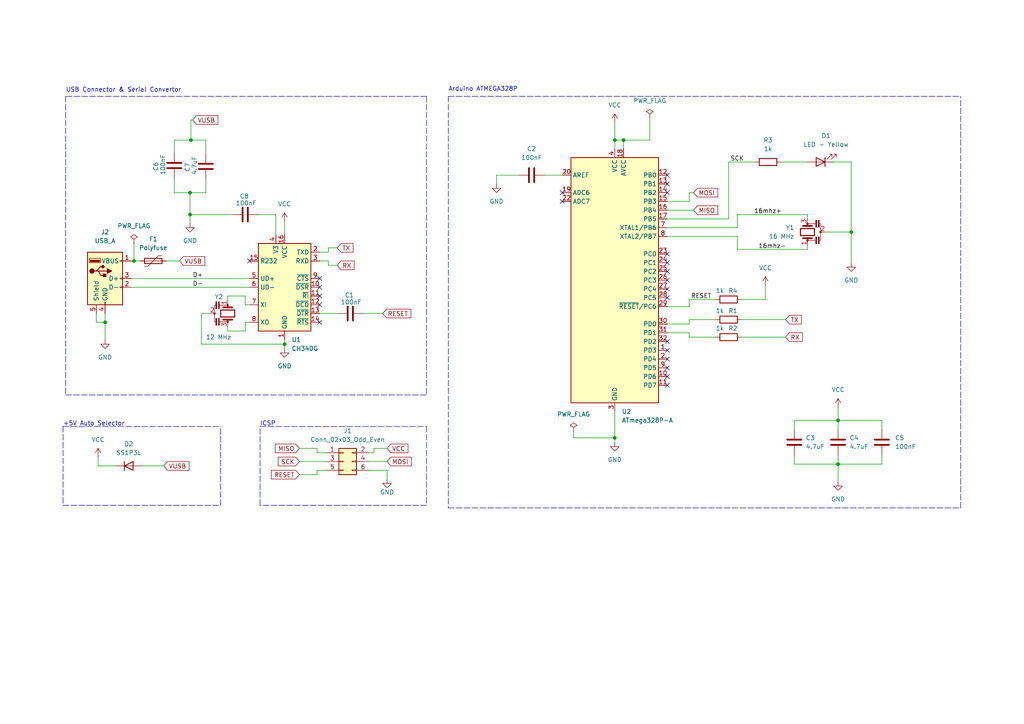
<source format=kicad_sch>
(kicad_sch (version 20211123) (generator eeschema)
  (paper "A4")
  (title_block (title "USB DUCO Miner") (date "2022-01-06") (rev "1") (company "iNimbleSloth.com"))
  (lib_symbols
    (symbol "Connector:USB_A" (pin_names (offset 1.016))
      (property "Reference" "J" (at -5.08 11.43 0))
      (property "Value" "USB_A" (at -5.08 8.89 0))
      (symbol "USB_A_0_1"
        (rectangle (start -5.08 -7.62) (end 5.08 7.62) (stroke (width 0.254)) (fill (type background)))
        (circle (center -3.81 2.159) (radius 0.635) (stroke (width 0.254)) (fill (type outline)))
        (rectangle (start -1.524 4.826) (end -4.318 5.334) (fill (type outline)))
        (rectangle (start -1.27 4.572) (end -4.572 5.842))
        (circle (center -0.635 3.429) (radius 0.381) (stroke (width 0.254)) (fill (type outline)))
        (rectangle (start -0.127 -7.62) (end 0.127 -6.858))
        (polyline (pts (xy -3.175 2.159) (xy -2.54 2.159) (xy -1.27 3.429) (xy -0.635 3.429)) (stroke (width 0.254)))
        (polyline (pts (xy -2.54 2.159) (xy -1.905 2.159) (xy -1.27 0.889) (xy 0 0.889)) (stroke (width 0.254)))
        (polyline (pts (xy 0.635 2.794) (xy 0.635 1.524) (xy 1.905 2.159) (xy 0.635 2.794)) (stroke (width 0.254)) (fill (type outline)))
        (rectangle (start 0.254 1.27) (end -0.508 0.508) (stroke (width 0.254)) (fill (type outline)))
        (rectangle (start 5.08 -2.667) (end 4.318 -2.413))
        (rectangle (start 5.08 -0.127) (end 4.318 0.127))
        (rectangle (start 5.08 4.953) (end 4.318 5.207))
      )
      (symbol "USB_A_1_1"
        (polyline (pts (xy -1.905 2.159) (xy 0.635 2.159)) (stroke (width 0.254)))
        (pin power_in line (at 7.62 5.08 180) (length 2.54) (name "VBUS") (number "1"))
        (pin bidirectional line (at 7.62 -2.54 180) (length 2.54) (name "D-") (number "2"))
        (pin bidirectional line (at 7.62 0 180) (length 2.54) (name "D+") (number "3"))
        (pin power_in line (at 0 -10.16 90) (length 2.54) (name "GND") (number "4"))
        (pin passive line (at -2.54 -10.16 90) (length 2.54) (name "Shield") (number "5"))
      )
    )
    (symbol "Connector_Generic:Conn_02x03_Odd_Even" (pin_names (offset 1.016) hide)
      (property "Reference" "J" (at 1.27 5.08 0))
      (property "Value" "Conn_02x03_Odd_Even" (at 1.27 -5.08 0))
      (symbol "Conn_02x03_Odd_Even_1_1"
        (rectangle (start -1.27 -2.413) (end 0 -2.667) (stroke (width 0.1524)))
        (rectangle (start -1.27 0.127) (end 0 -0.127) (stroke (width 0.1524)))
        (rectangle (start -1.27 2.667) (end 0 2.413) (stroke (width 0.1524)))
        (rectangle (start -1.27 3.81) (end 3.81 -3.81) (stroke (width 0.254)) (fill (type background)))
        (rectangle (start 3.81 -2.413) (end 2.54 -2.667) (stroke (width 0.1524)))
        (rectangle (start 3.81 0.127) (end 2.54 -0.127) (stroke (width 0.1524)))
        (rectangle (start 3.81 2.667) (end 2.54 2.413) (stroke (width 0.1524)))
        (pin passive line (at -5.08 2.54 0) (length 3.81) (name "Pin_1") (number "1"))
        (pin passive line (at 7.62 2.54 180) (length 3.81) (name "Pin_2") (number "2"))
        (pin passive line (at -5.08 0 0) (length 3.81) (name "Pin_3") (number "3"))
        (pin passive line (at 7.62 0 180) (length 3.81) (name "Pin_4") (number "4"))
        (pin passive line (at -5.08 -2.54 0) (length 3.81) (name "Pin_5") (number "5"))
        (pin passive line (at 7.62 -2.54 180) (length 3.81) (name "Pin_6") (number "6"))
      )
    )
    (symbol "Device:C" (pin_numbers hide) (pin_names (offset 0.254))
      (property "Reference" "C" (at 0.635 2.54 0))
      (property "Value" "C" (at 0.635 -2.54 0))
      (symbol "C_0_1"
        (polyline (pts (xy -2.032 -0.762) (xy 2.032 -0.762)) (stroke (width 0.508)))
        (polyline (pts (xy -2.032 0.762) (xy 2.032 0.762)) (stroke (width 0.508)))
      )
      (symbol "C_1_1"
        (pin passive line (at 0 3.81 270) (length 2.794) (name "~") (number "1"))
        (pin passive line (at 0 -3.81 90) (length 2.794) (name "~") (number "2"))
      )
    )
    (symbol "Device:D" (pin_numbers hide) (pin_names (offset 1.016) hide)
      (property "Reference" "D" (at 0 2.54 0))
      (property "Value" "D" (at 0 -2.54 0))
      (symbol "D_0_1"
        (polyline (pts (xy -1.27 1.27) (xy -1.27 -1.27)) (stroke (width 0.254)))
        (polyline (pts (xy 1.27 0) (xy -1.27 0)))
        (polyline (pts (xy 1.27 1.27) (xy 1.27 -1.27) (xy -1.27 0) (xy 1.27 1.27)) (stroke (width 0.254)))
      )
      (symbol "D_1_1"
        (pin passive line (at -3.81 0 0) (length 2.54) (name "K") (number "1"))
        (pin passive line (at 3.81 0 180) (length 2.54) (name "A") (number "2"))
      )
    )
    (symbol "Device:LED" (pin_numbers hide) (pin_names (offset 1.016) hide)
      (property "Reference" "D" (at 0 2.54 0))
      (property "Value" "LED" (at 0 -2.54 0))
      (symbol "LED_0_1"
        (polyline (pts (xy -1.27 -1.27) (xy -1.27 1.27)) (stroke (width 0.254)))
        (polyline (pts (xy -1.27 0) (xy 1.27 0)))
        (polyline (pts (xy 1.27 -1.27) (xy 1.27 1.27) (xy -1.27 0) (xy 1.27 -1.27)) (stroke (width 0.254)))
        (polyline (pts (xy -3.048 -0.762) (xy -4.572 -2.286) (xy -3.81 -2.286) (xy -4.572 -2.286) (xy -4.572 -1.524)))
        (polyline (pts (xy -1.778 -0.762) (xy -3.302 -2.286) (xy -2.54 -2.286) (xy -3.302 -2.286) (xy -3.302 -1.524)))
      )
      (symbol "LED_1_1"
        (pin passive line (at -3.81 0 0) (length 2.54) (name "K") (number "1"))
        (pin passive line (at 3.81 0 180) (length 2.54) (name "A") (number "2"))
      )
    )
    (symbol "Device:Polyfuse" (pin_numbers hide) (pin_names (offset 0))
      (property "Reference" "F" (at -2.54 0 90))
      (property "Value" "Polyfuse" (at 2.54 0 90))
      (symbol "Polyfuse_0_1"
        (rectangle (start -0.762 2.54) (end 0.762 -2.54) (stroke (width 0.254)))
        (polyline (pts (xy 0 2.54) (xy 0 -2.54)))
        (polyline (pts (xy -1.524 2.54) (xy -1.524 1.524) (xy 1.524 -1.524) (xy 1.524 -2.54)))
      )
      (symbol "Polyfuse_1_1"
        (pin passive line (at 0 3.81 270) (length 1.27) (name "~") (number "1"))
        (pin passive line (at 0 -3.81 90) (length 1.27) (name "~") (number "2"))
      )
    )
    (symbol "Device:R" (pin_numbers hide) (pin_names (offset 0))
      (property "Reference" "R" (at 2.032 0 90))
      (property "Value" "R" (at 0 0 90))
      (symbol "R_0_1"
        (rectangle (start -1.016 -2.54) (end 1.016 2.54) (stroke (width 0.254)))
      )
      (symbol "R_1_1"
        (pin passive line (at 0 3.81 270) (length 1.27) (name "~") (number "1"))
        (pin passive line (at 0 -3.81 90) (length 1.27) (name "~") (number "2"))
      )
    )
    (symbol "Device:Resonator" (pin_names (offset 1.016) hide)
      (property "Reference" "Y" (at 0 5.715 0))
      (property "Value" "Resonator" (at 0 3.81 0))
      (symbol "Resonator_0_1"
        (rectangle (start -3.429 -3.175) (end -1.397 -3.429) (fill (type outline)))
        (rectangle (start -3.429 -2.413) (end -1.397 -2.667) (fill (type outline)))
        (circle (center -2.413 0) (radius 0.254) (fill (type outline)))
        (rectangle (start -1.016 2.032) (end 1.016 -2.032) (stroke (width 0.3048)))
        (circle (center 0 -3.81) (radius 0.254) (fill (type outline)))
        (polyline (pts (xy -2.413 -2.413) (xy -2.413 0)))
        (polyline (pts (xy -1.905 0) (xy -3.175 0)))
        (polyline (pts (xy -1.778 -1.27) (xy -1.778 1.27)) (stroke (width 0.508)))
        (polyline (pts (xy 1.778 -1.27) (xy 1.778 1.27)) (stroke (width 0.508)))
        (polyline (pts (xy 1.905 0) (xy 2.54 0)))
        (polyline (pts (xy 2.413 0) (xy 2.413 -2.54)))
        (polyline (pts (xy 2.413 -3.302) (xy 2.413 -3.81) (xy -2.413 -3.81) (xy -2.413 -3.302)))
        (rectangle (start 1.397 -3.175) (end 3.429 -3.429) (fill (type outline)))
        (rectangle (start 1.397 -2.413) (end 3.429 -2.667) (fill (type outline)))
        (circle (center 2.413 0) (radius 0.254) (fill (type outline)))
      )
      (symbol "Resonator_1_1"
        (pin passive line (at -3.81 0 0) (length 1.27) (name "1") (number "1"))
        (pin passive line (at 0 -5.08 90) (length 1.27) (name "2") (number "2"))
        (pin passive line (at 3.81 0 180) (length 1.27) (name "3") (number "3"))
      )
    )
    (symbol "Interface_USB:CH340G"
      (property "Reference" "U" (at -5.08 13.97 0))
      (property "Value" "CH340G" (at 1.27 13.97 0))
      (symbol "CH340G_0_1"
        (rectangle (start -7.62 12.7) (end 7.62 -12.7) (stroke (width 0.254)) (fill (type background)))
      )
      (symbol "CH340G_1_1"
        (pin power_in line (at 0 -15.24 90) (length 2.54) (name "GND") (number "1"))
        (pin input line (at 10.16 0 180) (length 2.54) (name "~{DSR}") (number "10"))
        (pin input line (at 10.16 -2.54 180) (length 2.54) (name "~{RI}") (number "11"))
        (pin input line (at 10.16 -5.08 180) (length 2.54) (name "~{DCD}") (number "12"))
        (pin output line (at 10.16 -7.62 180) (length 2.54) (name "~{DTR}") (number "13"))
        (pin output line (at 10.16 -10.16 180) (length 2.54) (name "~{RTS}") (number "14"))
        (pin input line (at -10.16 7.62 0) (length 2.54) (name "R232") (number "15"))
        (pin power_in line (at 0 15.24 270) (length 2.54) (name "VCC") (number "16"))
        (pin output line (at 10.16 10.16 180) (length 2.54) (name "TXD") (number "2"))
        (pin input line (at 10.16 7.62 180) (length 2.54) (name "RXD") (number "3"))
        (pin passive line (at -2.54 15.24 270) (length 2.54) (name "V3") (number "4"))
        (pin bidirectional line (at -10.16 2.54 0) (length 2.54) (name "UD+") (number "5"))
        (pin bidirectional line (at -10.16 0 0) (length 2.54) (name "UD-") (number "6"))
        (pin input line (at -10.16 -5.08 0) (length 2.54) (name "XI") (number "7"))
        (pin output line (at -10.16 -10.16 0) (length 2.54) (name "XO") (number "8"))
        (pin input line (at 10.16 2.54 180) (length 2.54) (name "~{CTS}") (number "9"))
      )
    )
    (symbol "MCU_Microchip_ATmega:ATmega328P-A"
      (property "Reference" "U" (at -12.7 36.83 0))
      (property "Value" "ATmega328P-A" (at 2.54 -36.83 0))
      (symbol "ATmega328P-A_0_1"
        (rectangle (start -12.7 -35.56) (end 12.7 35.56) (stroke (width 0.254)) (fill (type background)))
      )
      (symbol "ATmega328P-A_1_1"
        (pin bidirectional line (at 15.24 -20.32 180) (length 2.54) (name "PD3") (number "1"))
        (pin bidirectional line (at 15.24 -27.94 180) (length 2.54) (name "PD6") (number "10"))
        (pin bidirectional line (at 15.24 -30.48 180) (length 2.54) (name "PD7") (number "11"))
        (pin bidirectional line (at 15.24 30.48 180) (length 2.54) (name "PB0") (number "12"))
        (pin bidirectional line (at 15.24 27.94 180) (length 2.54) (name "PB1") (number "13"))
        (pin bidirectional line (at 15.24 25.4 180) (length 2.54) (name "PB2") (number "14"))
        (pin bidirectional line (at 15.24 22.86 180) (length 2.54) (name "PB3") (number "15"))
        (pin bidirectional line (at 15.24 20.32 180) (length 2.54) (name "PB4") (number "16"))
        (pin bidirectional line (at 15.24 17.78 180) (length 2.54) (name "PB5") (number "17"))
        (pin power_in line (at 2.54 38.1 270) (length 2.54) (name "AVCC") (number "18"))
        (pin input line (at -15.24 25.4 0) (length 2.54) (name "ADC6") (number "19"))
        (pin bidirectional line (at 15.24 -22.86 180) (length 2.54) (name "PD4") (number "2"))
        (pin passive line (at -15.24 30.48 0) (length 2.54) (name "AREF") (number "20"))
        (pin passive line (at 0 -38.1 90) (length 2.54) hide (name "GND") (number "21"))
        (pin input line (at -15.24 22.86 0) (length 2.54) (name "ADC7") (number "22"))
        (pin bidirectional line (at 15.24 7.62 180) (length 2.54) (name "PC0") (number "23"))
        (pin bidirectional line (at 15.24 5.08 180) (length 2.54) (name "PC1") (number "24"))
        (pin bidirectional line (at 15.24 2.54 180) (length 2.54) (name "PC2") (number "25"))
        (pin bidirectional line (at 15.24 0 180) (length 2.54) (name "PC3") (number "26"))
        (pin bidirectional line (at 15.24 -2.54 180) (length 2.54) (name "PC4") (number "27"))
        (pin bidirectional line (at 15.24 -5.08 180) (length 2.54) (name "PC5") (number "28"))
        (pin bidirectional line (at 15.24 -7.62 180) (length 2.54) (name "~{RESET}/PC6") (number "29"))
        (pin power_in line (at 0 -38.1 90) (length 2.54) (name "GND") (number "3"))
        (pin bidirectional line (at 15.24 -12.7 180) (length 2.54) (name "PD0") (number "30"))
        (pin bidirectional line (at 15.24 -15.24 180) (length 2.54) (name "PD1") (number "31"))
        (pin bidirectional line (at 15.24 -17.78 180) (length 2.54) (name "PD2") (number "32"))
        (pin power_in line (at 0 38.1 270) (length 2.54) (name "VCC") (number "4"))
        (pin passive line (at 0 -38.1 90) (length 2.54) hide (name "GND") (number "5"))
        (pin passive line (at 0 38.1 270) (length 2.54) hide (name "VCC") (number "6"))
        (pin bidirectional line (at 15.24 15.24 180) (length 2.54) (name "XTAL1/PB6") (number "7"))
        (pin bidirectional line (at 15.24 12.7 180) (length 2.54) (name "XTAL2/PB7") (number "8"))
        (pin bidirectional line (at 15.24 -25.4 180) (length 2.54) (name "PD5") (number "9"))
      )
    )
    (symbol "power:GND" (power) (pin_names (offset 0))
      (property "Value" "GND" (at 0 -3.81 0))
      (symbol "GND_0_1"
        (polyline (pts (xy 0 0) (xy 0 -1.27) (xy 1.27 -1.27) (xy 0 -2.54) (xy -1.27 -1.27) (xy 0 -1.27)))
      )
      (symbol "GND_1_1"
        (pin power_in line (at 0 0 270) (length 0) hide (name "GND") (number "1"))
      )
    )
    (symbol "power:PWR_FLAG" (power) (pin_numbers hide) (pin_names (offset 0) hide)
      (property "Value" "PWR_FLAG" (at 0 3.81 0))
      (symbol "PWR_FLAG_0_0"
        (pin power_out line (at 0 0 90) (length 0) (name "pwr") (number "1"))
      )
      (symbol "PWR_FLAG_0_1"
        (polyline (pts (xy 0 0) (xy 0 1.27) (xy -1.016 1.905) (xy 0 2.54) (xy 1.016 1.905) (xy 0 1.27)))
      )
    )
    (symbol "power:VCC" (power) (pin_names (offset 0))
      (property "Value" "VCC" (at 0 3.81 0))
      (symbol "VCC_0_1"
        (polyline (pts (xy -0.762 1.27) (xy 0 2.54)))
        (polyline (pts (xy 0 0) (xy 0 2.54)))
        (polyline (pts (xy 0 2.54) (xy 0.762 1.27)))
      )
      (symbol "VCC_1_1"
        (pin power_in line (at 0 0 90) (length 0) hide (name "VCC") (number "1"))
      )
    )
  )
  (junction (at 243.078 134.62))
  (junction (at 38.862 75.692))
  (junction (at 30.48 93.472))
  (junction (at 178.308 40.64))
  (junction (at 55.118 62.23))
  (junction (at 82.55 99.822))
  (junction (at 55.372 40.64))
  (junction (at 180.848 40.64))
  (junction (at 55.118 55.88))
  (junction (at 246.888 67.31))
  (junction (at 178.308 127))
  (junction (at 243.078 121.92))
  (no_connect (at 72.39 75.692))
  (no_connect (at 92.71 80.772))
  (no_connect (at 92.71 83.312))
  (no_connect (at 92.71 88.392))
  (no_connect (at 92.71 85.852))
  (no_connect (at 92.71 93.472))
  (no_connect (at 193.548 99.06))
  (no_connect (at 193.548 101.6))
  (no_connect (at 193.548 104.14))
  (no_connect (at 193.548 106.68))
  (no_connect (at 193.548 109.22))
  (no_connect (at 193.548 111.76))
  (no_connect (at 193.548 50.8))
  (no_connect (at 193.548 53.34))
  (no_connect (at 193.548 78.74))
  (no_connect (at 193.548 81.28))
  (no_connect (at 193.548 83.82))
  (no_connect (at 193.548 86.36))
  (no_connect (at 163.068 55.88))
  (no_connect (at 193.548 55.88))
  (no_connect (at 193.548 73.66))
  (no_connect (at 193.548 76.2))
  (no_connect (at 163.068 58.42))
  (wire (pts (xy 82.55 98.552) (xy 82.55 99.822)))
  (wire (pts (xy 82.55 64.262) (xy 82.55 68.072)))
  (wire (pts (xy 215.138 92.71) (xy 227.838 92.71)))
  (wire (pts (xy 255.778 134.62) (xy 255.778 132.08)))
  (wire (pts (xy 144.018 50.8) (xy 150.368 50.8)))
  (wire (pts (xy 95.25 71.882) (xy 95.25 73.152)))
  (wire (pts (xy 234.188 63.5) (xy 234.188 62.23)))
  (wire (pts (xy 95.25 75.692) (xy 95.25 76.962)))
  (wire (pts (xy 55.118 62.23) (xy 67.31 62.23)))
  (wire (pts (xy 107.188 136.398) (xy 112.268 136.398)))
  (wire (pts (xy 166.37 127) (xy 178.308 127)))
  (wire (pts (xy 95.25 76.962) (xy 97.79 76.962)))
  (wire (pts (xy 92.71 90.932) (xy 97.79 90.932)))
  (polyline (pts (xy 64.008 146.558) (xy 64.008 123.698)))
  (wire (pts (xy 243.078 132.08) (xy 243.078 134.62)))
  (wire (pts (xy 246.888 67.31) (xy 246.888 76.2)))
  (wire (pts (xy 38.1 83.312) (xy 72.39 83.312)))
  (wire (pts (xy 180.848 40.64) (xy 188.468 40.64)))
  (wire (pts (xy 178.308 127) (xy 178.308 128.27)))
  (wire (pts (xy 178.308 119.38) (xy 178.308 127)))
  (wire (pts (xy 230.378 132.08) (xy 230.378 134.62)))
  (polyline (pts (xy 75.438 123.698) (xy 123.698 123.698)))
  (wire (pts (xy 38.1 80.772) (xy 72.39 80.772)))
  (wire (pts (xy 66.04 85.852) (xy 66.04 87.122)))
  (wire (pts (xy 86.868 130.048) (xy 91.948 130.048)))
  (wire (pts (xy 91.948 136.398) (xy 94.488 136.398)))
  (wire (pts (xy 80.01 62.23) (xy 80.01 68.072)))
  (wire (pts (xy 199.898 55.88) (xy 199.898 58.42)))
  (wire (pts (xy 199.898 92.71) (xy 207.518 92.71)))
  (wire (pts (xy 59.69 40.64) (xy 59.69 44.45)))
  (polyline (pts (xy 19.05 27.94) (xy 19.05 114.554)))
  (wire (pts (xy 230.378 124.46) (xy 230.378 121.92)))
  (wire (pts (xy 246.888 46.99) (xy 241.808 46.99)))
  (wire (pts (xy 144.018 53.34) (xy 144.018 50.8)))
  (wire (pts (xy 55.372 40.64) (xy 59.69 40.64)))
  (polyline (pts (xy 18.288 146.558) (xy 64.008 146.558)))
  (wire (pts (xy 108.458 130.048) (xy 112.268 130.048)))
  (wire (pts (xy 193.548 60.96) (xy 201.168 60.96)))
  (wire (pts (xy 27.94 90.932) (xy 27.94 93.472)))
  (wire (pts (xy 239.268 67.31) (xy 246.888 67.31)))
  (wire (pts (xy 213.868 72.39) (xy 213.868 68.58)))
  (wire (pts (xy 255.778 121.92) (xy 255.778 124.46)))
  (wire (pts (xy 107.188 131.318) (xy 108.458 131.318)))
  (polyline (pts (xy 123.698 146.558) (xy 75.438 146.558)))
  (wire (pts (xy 199.898 86.868) (xy 207.518 86.868)))
  (wire (pts (xy 82.55 99.822) (xy 82.55 101.092)))
  (wire (pts (xy 91.948 137.668) (xy 91.948 136.398)))
  (wire (pts (xy 157.988 50.8) (xy 163.068 50.8)))
  (wire (pts (xy 86.868 137.668) (xy 91.948 137.668)))
  (wire (pts (xy 91.948 131.318) (xy 94.488 131.318)))
  (wire (pts (xy 55.118 55.88) (xy 59.69 55.88)))
  (wire (pts (xy 71.12 85.852) (xy 66.04 85.852)))
  (wire (pts (xy 166.37 125.222) (xy 166.37 127)))
  (wire (pts (xy 95.25 73.152) (xy 92.71 73.152)))
  (wire (pts (xy 199.898 88.9) (xy 199.898 86.868)))
  (wire (pts (xy 28.448 132.588) (xy 28.448 135.128)))
  (wire (pts (xy 27.94 93.472) (xy 30.48 93.472)))
  (wire (pts (xy 58.42 99.822) (xy 82.55 99.822)))
  (wire (pts (xy 243.078 134.62) (xy 243.078 139.7)))
  (wire (pts (xy 193.548 93.98) (xy 199.898 93.98)))
  (polyline (pts (xy 123.698 123.698) (xy 123.698 146.558)))
  (wire (pts (xy 193.548 66.04) (xy 213.868 66.04)))
  (wire (pts (xy 230.378 134.62) (xy 243.078 134.62)))
  (polyline (pts (xy 19.05 114.554) (xy 123.698 114.554)))
  (wire (pts (xy 243.078 118.11) (xy 243.078 121.92)))
  (wire (pts (xy 215.138 97.79) (xy 227.838 97.79)))
  (wire (pts (xy 211.328 46.99) (xy 218.948 46.99)))
  (wire (pts (xy 28.448 135.128) (xy 33.528 135.128)))
  (wire (pts (xy 50.546 40.64) (xy 50.546 44.196)))
  (wire (pts (xy 91.948 130.048) (xy 91.948 131.318)))
  (wire (pts (xy 108.458 131.318) (xy 108.458 130.048)))
  (wire (pts (xy 38.862 70.612) (xy 38.862 75.692)))
  (wire (pts (xy 97.79 71.882) (xy 95.25 71.882)))
  (wire (pts (xy 230.378 121.92) (xy 243.078 121.92)))
  (wire (pts (xy 50.546 40.64) (xy 55.372 40.64)))
  (polyline (pts (xy 18.288 123.698) (xy 64.008 123.698)))
  (wire (pts (xy 193.548 96.52) (xy 199.898 96.52)))
  (wire (pts (xy 178.308 40.64) (xy 180.848 40.64)))
  (wire (pts (xy 71.12 93.472) (xy 72.39 93.472)))
  (wire (pts (xy 72.39 88.392) (xy 71.12 88.392)))
  (wire (pts (xy 50.546 55.88) (xy 55.118 55.88)))
  (polyline (pts (xy 130.048 27.94) (xy 130.048 147.32)))
  (polyline (pts (xy 278.638 147.32) (xy 278.638 27.94)))
  (wire (pts (xy 112.268 138.938) (xy 112.268 136.398)))
  (wire (pts (xy 193.548 63.5) (xy 211.328 63.5)))
  (wire (pts (xy 199.898 93.98) (xy 199.898 92.71)))
  (wire (pts (xy 180.848 43.18) (xy 180.848 40.64)))
  (wire (pts (xy 243.078 134.62) (xy 255.778 134.62)))
  (wire (pts (xy 74.93 62.23) (xy 80.01 62.23)))
  (wire (pts (xy 215.138 86.868) (xy 221.996 86.868)))
  (wire (pts (xy 55.118 62.23) (xy 55.118 64.77)))
  (wire (pts (xy 199.898 55.88) (xy 201.168 55.88)))
  (wire (pts (xy 213.868 66.04) (xy 213.868 62.23)))
  (polyline (pts (xy 75.438 146.558) (xy 75.438 123.698)))
  (wire (pts (xy 55.118 55.88) (xy 55.118 62.23)))
  (wire (pts (xy 30.48 93.472) (xy 30.48 98.552)))
  (wire (pts (xy 188.468 34.29) (xy 188.468 40.64)))
  (wire (pts (xy 58.42 90.932) (xy 58.42 99.822)))
  (wire (pts (xy 66.04 94.742) (xy 66.04 96.012)))
  (wire (pts (xy 213.868 62.23) (xy 234.188 62.23)))
  (wire (pts (xy 243.078 121.92) (xy 255.778 121.92)))
  (wire (pts (xy 66.04 96.012) (xy 71.12 96.012)))
  (wire (pts (xy 178.308 35.56) (xy 178.308 40.64)))
  (wire (pts (xy 50.546 51.816) (xy 50.546 55.88)))
  (wire (pts (xy 193.548 58.42) (xy 199.898 58.42)))
  (polyline (pts (xy 130.048 147.32) (xy 278.638 147.32)))
  (wire (pts (xy 199.898 97.79) (xy 207.518 97.79)))
  (wire (pts (xy 221.996 82.804) (xy 221.996 86.868)))
  (wire (pts (xy 71.12 96.012) (xy 71.12 93.472)))
  (wire (pts (xy 55.372 34.798) (xy 55.372 40.64)))
  (wire (pts (xy 211.328 63.5) (xy 211.328 46.99)))
  (wire (pts (xy 55.88 34.798) (xy 55.372 34.798)))
  (wire (pts (xy 246.888 46.99) (xy 246.888 67.31)))
  (wire (pts (xy 243.078 121.92) (xy 243.078 124.46)))
  (polyline (pts (xy 123.698 27.94) (xy 123.698 114.554)))
  (wire (pts (xy 213.868 72.39) (xy 234.188 72.39)))
  (polyline (pts (xy 123.698 27.94) (xy 19.05 27.94)))
  (polyline (pts (xy 18.288 123.698) (xy 18.288 146.558)))
  (wire (pts (xy 193.548 68.58) (xy 213.868 68.58)))
  (wire (pts (xy 199.898 96.52) (xy 199.898 97.79)))
  (wire (pts (xy 178.308 40.64) (xy 178.308 43.18)))
  (wire (pts (xy 48.26 75.692) (xy 52.07 75.692)))
  (wire (pts (xy 71.12 88.392) (xy 71.12 85.852)))
  (wire (pts (xy 38.1 75.692) (xy 38.862 75.692)))
  (wire (pts (xy 193.548 88.9) (xy 199.898 88.9)))
  (wire (pts (xy 59.69 55.88) (xy 59.69 52.07)))
  (polyline (pts (xy 130.048 27.94) (xy 278.638 27.94)))
  (wire (pts (xy 226.568 46.99) (xy 234.188 46.99)))
  (wire (pts (xy 30.48 93.472) (xy 30.48 90.932)))
  (wire (pts (xy 38.862 75.692) (xy 40.64 75.692)))
  (wire (pts (xy 234.188 71.12) (xy 234.188 72.39)))
  (wire (pts (xy 92.71 75.692) (xy 95.25 75.692)))
  (wire (pts (xy 107.188 133.858) (xy 112.268 133.858)))
  (wire (pts (xy 60.96 90.932) (xy 58.42 90.932)))
  (wire (pts (xy 86.868 133.858) (xy 94.488 133.858)))
  (wire (pts (xy 105.41 90.932) (xy 110.998 90.932)))
  (wire (pts (xy 41.148 135.128) (xy 47.498 135.128)))
  (text "Arduino ATMEGA328P" (at 130.048 26.67 0) (effects (font (size 1.27 1.27)) (justify left bottom)))
  (text "ICSP" (at 75.438 123.698 0) (effects (font (size 1.27 1.27)) (justify left bottom)))
  (text "USB Connector & Serial Convertor" (at 19.05 26.924 0) (effects (font (size 1.27 1.27)) (justify left bottom)))
  (text "+5V Auto Selector" (at 18.288 123.698 0) (effects (font (size 1.27 1.27)) (justify left bottom)))
  (label "16mhz+" (at 218.694 62.23 0))
  (label "SCK" (at 211.836 46.99 0))
  (label "D+" (at 55.88 80.772 0))
  (label "16mhz-" (at 219.964 72.39 0))
  (label "D-" (at 55.88 83.312 0))
  (label "RESET" (at 200.406 86.868 0))
  (global_label "MISO" (shape input) (at 86.868 130.048 180) (property "Intersheet References" "${INTERSHEET_REFS}" (effects hide)))
  (global_label "RESET" (shape input) (at 110.998 90.932 0) (property "Intersheet References" "${INTERSHEET_REFS}" (effects hide)))
  (global_label "VUSB" (shape input) (at 55.88 34.798 0) (property "Intersheet References" "${INTERSHEET_REFS}" (effects hide)))
  (global_label "SCK" (shape input) (at 86.868 133.858 180) (property "Intersheet References" "${INTERSHEET_REFS}" (effects hide)))
  (global_label "VUSB" (shape input) (at 47.498 135.128 0) (property "Intersheet References" "${INTERSHEET_REFS}" (effects hide)))
  (global_label "TX" (shape input) (at 97.79 71.882 0) (property "Intersheet References" "${INTERSHEET_REFS}" (effects hide)))
  (global_label "RX" (shape input) (at 97.79 76.962 0) (property "Intersheet References" "${INTERSHEET_REFS}" (effects hide)))
  (global_label "VCC" (shape input) (at 112.268 130.048 0) (property "Intersheet References" "${INTERSHEET_REFS}" (effects hide)))
  (global_label "MOSI" (shape input) (at 201.168 55.88 0) (property "Intersheet References" "${INTERSHEET_REFS}" (effects hide)))
  (global_label "RESET" (shape input) (at 86.868 137.668 180) (property "Intersheet References" "${INTERSHEET_REFS}" (effects hide)))
  (global_label "TX" (shape input) (at 227.838 92.71 0) (property "Intersheet References" "${INTERSHEET_REFS}" (effects hide)))
  (global_label "MOSI" (shape input) (at 112.268 133.858 0) (property "Intersheet References" "${INTERSHEET_REFS}" (effects hide)))
  (global_label "MISO" (shape input) (at 201.168 60.96 0) (property "Intersheet References" "${INTERSHEET_REFS}" (effects hide)))
  (global_label "VUSB" (shape input) (at 52.07 75.692 0) (property "Intersheet References" "${INTERSHEET_REFS}" (effects hide)))
  (global_label "RX" (shape input) (at 227.838 97.79 0) (property "Intersheet References" "${INTERSHEET_REFS}" (effects hide)))
  (symbol (lib_id "Device:C") (at 71.12 62.23 90) (unit 1)
    (property "Reference" "C8" (at 70.866 56.896 90))
    (property "Value" "100nF" (at 71.374 58.928 90))
    (property "Footprint" "Capacitor_SMD:C_1206_3216Metric_Pad1.33x1.80mm_HandSolder" (effects hide))
  )
  (symbol (lib_id "power:VCC") (at 82.55 64.262 0) (unit 1)
    (property "Reference" "#PWR03" (effects hide))
    (property "Value" "VCC" (at 82.55 59.182 0))
  )
  (symbol (lib_id "Device:R") (at 222.758 46.99 90) (unit 1)
    (property "Reference" "R3" (at 222.758 40.64 90))
    (property "Value" "1k" (at 222.758 43.18 90))
    (property "Footprint" "Resistor_SMD:R_1206_3216Metric_Pad1.30x1.75mm_HandSolder" (effects hide))
  )
  (symbol (lib_id "Device:Polyfuse") (at 44.45 75.692 90) (unit 1)
    (property "Reference" "F1" (at 44.45 69.342 90))
    (property "Value" "Polyfuse" (at 44.45 71.882 90))
    (property "Footprint" "Fuse:Fuse_1206_3216Metric_Pad1.42x1.75mm_HandSolder" (effects hide))
  )
  (symbol (lib_id "power:GND") (at 82.55 101.092 0) (unit 1)
    (property "Reference" "#PWR04" (effects hide))
    (property "Value" "GND" (at 82.55 106.172 0))
  )
  (symbol (lib_id "power:VCC") (at 28.448 132.588 0) (unit 1)
    (property "Reference" "#PWR01" (effects hide))
    (property "Value" "VCC" (at 28.448 127.508 0))
  )
  (symbol (lib_id "Device:C") (at 154.178 50.8 90) (unit 1)
    (property "Reference" "C2" (at 154.178 43.18 90))
    (property "Value" "100nF" (at 154.178 45.72 90))
    (property "Footprint" "Capacitor_SMD:C_1206_3216Metric_Pad1.33x1.80mm_HandSolder" (effects hide))
  )
  (symbol (lib_id "MCU_Microchip_ATmega:ATmega328P-A") (at 178.308 81.28 0) (unit 1)
    (property "Reference" "U2" (at 180.3274 119.38 0) (effects (justify left)))
    (property "Value" "ATmega328P-A" (at 180.3274 121.92 0) (effects (justify left)))
    (property "Footprint" "Package_QFP:TQFP-32_7x7mm_P0.8mm" (effects hide))
    (property "Datasheet" "http://ww1.microchip.com/downloads/en/DeviceDoc/ATmega328_P%20AVR%20MCU%20with%20picoPower%20Technology%20Data%20Sheet%2040001984A.pdf" (effects hide))
  )
  (symbol (lib_id "Interface_USB:CH340G") (at 82.55 83.312 0) (unit 1)
    (property "Reference" "U1" (at 84.5694 98.552 0) (effects (justify left)))
    (property "Value" "CH340G" (at 84.5694 101.092 0) (effects (justify left)))
    (property "Footprint" "Package_SO:SOIC-16_3.9x9.9mm_P1.27mm" (effects hide))
    (property "Datasheet" "http://www.datasheet5.com/pdf-local-2195953" (effects hide))
  )
  (symbol (lib_id "Device:C") (at 59.69 48.26 180) (unit 1)
    (property "Reference" "C7" (at 54.356 48.514 90))
    (property "Value" "4.7uF" (at 56.388 48.006 90))
    (property "Footprint" "Capacitor_SMD:C_1206_3216Metric_Pad1.33x1.80mm_HandSolder" (effects hide))
  )
  (symbol (lib_id "Device:C") (at 243.078 128.27 180) (unit 1)
    (property "Reference" "C4" (at 246.38 126.9999 0) (effects (justify right)))
    (property "Value" "4.7uF" (at 246.38 129.5399 0) (effects (justify right)))
    (property "Footprint" "Capacitor_SMD:C_1206_3216Metric_Pad1.33x1.80mm_HandSolder" (effects hide))
  )
  (symbol (lib_id "Device:C") (at 50.546 48.006 180) (unit 1)
    (property "Reference" "C6" (at 45.212 48.26 90))
    (property "Value" "100nF" (at 47.244 47.752 90))
    (property "Footprint" "Capacitor_SMD:C_1206_3216Metric_Pad1.33x1.80mm_HandSolder" (effects hide))
  )
  (symbol (lib_id "power:VCC") (at 243.078 118.11 0) (unit 1)
    (property "Reference" "#PWR011" (effects hide))
    (property "Value" "VCC" (at 243.078 113.03 0))
  )
  (symbol (lib_id "Device:D") (at 37.338 135.128 0) (unit 1)
    (property "Reference" "D2" (at 37.338 128.778 0))
    (property "Value" "SS1P3L" (at 37.338 131.318 0))
    (property "Footprint" "Diode_SMD:D_1206_3216Metric_Pad1.42x1.75mm_HandSolder" (effects hide))
  )
  (symbol (lib_id "Connector:USB_A") (at 30.48 80.772 0) (unit 1)
    (property "Reference" "J2" (at 30.48 67.31 0))
    (property "Value" "USB_A" (at 30.48 69.85 0))
    (property "Footprint" "footprints:USB_A Plug" (effects hide))
    (property "Datasheet" "https://www.farnell.com/datasheets/3157114.pdf" (effects hide))
  )
  (symbol (lib_id "Device:R") (at 211.328 86.868 90) (unit 1)
    (property "Reference" "R4" (at 212.598 84.328 90))
    (property "Value" "1k" (at 208.788 84.328 90))
    (property "Footprint" "Resistor_SMD:R_1206_3216Metric_Pad1.30x1.75mm_HandSolder" (effects hide))
  )
  (symbol (lib_id "power:GND") (at 55.118 64.77 0) (unit 1)
    (property "Reference" "#PWR06" (effects hide))
    (property "Value" "GND" (at 55.118 69.85 0))
  )
  (symbol (lib_id "Device:C") (at 230.378 128.27 180) (unit 1)
    (property "Reference" "C3" (at 233.68 126.9999 0) (effects (justify right)))
    (property "Value" "4.7uF" (at 233.68 129.5399 0) (effects (justify right)))
    (property "Footprint" "Capacitor_SMD:C_1206_3216Metric_Pad1.33x1.80mm_HandSolder" (effects hide))
  )
  (symbol (lib_id "power:VCC") (at 178.308 35.56 0) (unit 1)
    (property "Reference" "#PWR09" (effects hide))
    (property "Value" "VCC" (at 178.308 30.48 0))
  )
  (symbol (lib_id "power:VCC") (at 221.996 82.804 0) (unit 1)
    (property "Reference" "#PWR014" (effects hide))
    (property "Value" "VCC" (at 221.996 77.724 0))
  )
  (symbol (lib_id "power:GND") (at 178.308 128.27 0) (unit 1)
    (property "Reference" "#PWR010" (effects hide))
    (property "Value" "GND" (at 178.308 133.35 0))
  )
  (symbol (lib_id "Device:R") (at 211.328 92.71 90) (unit 1)
    (property "Reference" "R1" (at 212.598 90.17 90))
    (property "Value" "1k" (at 208.788 90.17 90))
    (property "Footprint" "Resistor_SMD:R_1206_3216Metric_Pad1.30x1.75mm_HandSolder" (effects hide))
  )
  (symbol (lib_id "Device:Resonator") (at 66.04 90.932 270) (unit 1)
    (property "Reference" "Y2" (at 62.23 86.106 90) (effects (justify left)))
    (property "Value" "12 MHz" (at 59.69 97.79 90) (effects (justify left)))
    (property "Footprint" "Crystal:Resonator-3Pin_W6.0mm_H3.0mm" (effects hide))
  )
  (symbol (lib_id "power:GND") (at 30.48 98.552 0) (unit 1)
    (property "Reference" "#PWR02" (effects hide))
    (property "Value" "GND" (at 30.48 103.632 0))
  )
  (symbol (lib_id "power:GND") (at 144.018 53.34 0) (unit 1)
    (property "Reference" "#PWR07" (effects hide))
    (property "Value" "GND" (at 144.018 58.42 0))
  )
  (symbol (lib_id "power:PWR_FLAG") (at 188.468 34.29 0) (unit 1)
    (property "Reference" "#FLG02" (effects hide))
    (property "Value" "PWR_FLAG" (at 188.468 29.21 0))
  )
  (symbol (lib_id "power:PWR_FLAG") (at 38.862 70.612 0) (unit 1)
    (property "Reference" "#FLG0101" (effects hide))
    (property "Value" "PWR_FLAG" (at 38.862 65.532 0))
  )
  (symbol (lib_id "Device:LED") (at 237.998 46.99 180) (unit 1)
    (property "Reference" "D1" (at 239.5855 39.37 0))
    (property "Value" "LED - Yellow" (at 239.5855 41.91 0))
    (property "Footprint" "LED_SMD:LED_1210_3225Metric_Pad1.42x2.65mm_HandSolder" (effects hide))
  )
  (symbol (lib_id "Device:R") (at 211.328 97.79 90) (unit 1)
    (property "Reference" "R2" (at 212.598 95.25 90))
    (property "Value" "1k" (at 208.788 95.25 90))
    (property "Footprint" "Resistor_SMD:R_1206_3216Metric_Pad1.30x1.75mm_HandSolder" (effects hide))
  )
  (symbol (lib_id "Device:C") (at 255.778 128.27 180) (unit 1)
    (property "Reference" "C5" (at 259.588 126.9999 0) (effects (justify right)))
    (property "Value" "100nF" (at 259.588 129.5399 0) (effects (justify right)))
    (property "Footprint" "Capacitor_SMD:C_1206_3216Metric_Pad1.33x1.80mm_HandSolder" (effects hide))
  )
  (symbol (lib_id "Device:Resonator") (at 234.188 67.31 90) (unit 1)
    (property "Reference" "Y1" (at 230.378 66.0399 90) (effects (justify left)))
    (property "Value" "16 MHz" (at 230.378 68.5799 90) (effects (justify left)))
    (property "Footprint" "Crystal:Resonator-3Pin_W6.0mm_H3.0mm" (effects hide))
  )
  (symbol (lib_id "power:PWR_FLAG") (at 166.37 125.222 0) (unit 1)
    (property "Reference" "#FLG01" (effects hide))
    (property "Value" "PWR_FLAG" (at 166.37 120.142 0))
  )
  (symbol (lib_id "power:GND") (at 246.888 76.2 0) (unit 1)
    (property "Reference" "#PWR013" (effects hide))
    (property "Value" "GND" (at 246.888 81.28 0))
  )
  (symbol (lib_id "Connector_Generic:Conn_02x03_Odd_Even") (at 99.568 133.858 0) (unit 1)
    (property "Reference" "J1" (at 100.838 124.968 0))
    (property "Value" "Conn_02x03_Odd_Even" (at 100.838 127.508 0))
    (property "Footprint" "Connector_PinHeader_2.54mm:PinHeader_2x03_P2.54mm_Vertical" (effects hide))
  )
  (symbol (lib_id "power:GND") (at 243.078 139.7 0) (unit 1)
    (property "Reference" "#PWR012" (effects hide))
    (property "Value" "GND" (at 243.078 144.78 0))
  )
  (symbol (lib_id "Device:C") (at 101.6 90.932 90) (unit 1)
    (property "Reference" "C1" (at 101.346 85.598 90))
    (property "Value" "100nF" (at 101.854 87.63 90))
    (property "Footprint" "Capacitor_SMD:C_1206_3216Metric_Pad1.33x1.80mm_HandSolder" (effects hide))
  )
  (symbol (lib_id "power:GND") (at 112.268 138.938 0) (unit 1)
    (property "Reference" "#PWR05" (effects hide))
    (property "Value" "GND" (at 112.268 142.748 0))
  )
)
</source>
